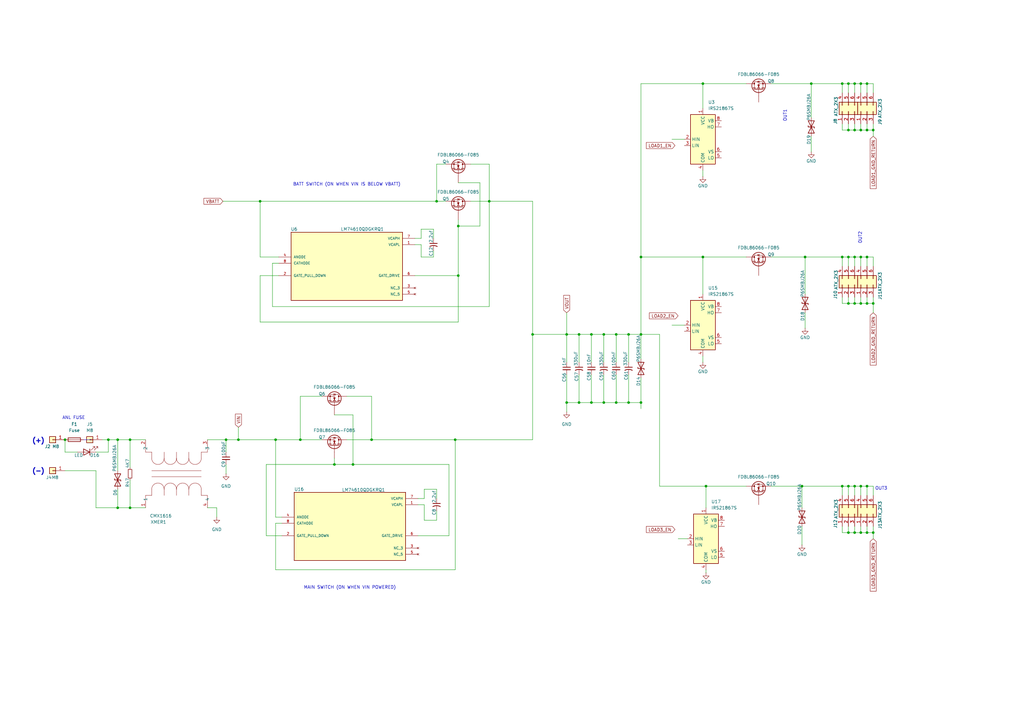
<source format=kicad_sch>
(kicad_sch (version 20250114) (generator "eeschema") (generator_version "9.0")
  (paper "A3")
  (lib_symbols
    (symbol "CM5441Z161B-10:CM5441Z101B-10" (pin_names (offset 0.254))
      (property "Reference" "XMER" (at 12.7 2.54 0))
      (property "Value" "CM5441Z101B-10" (at 12.7 0 0))
      (symbol "CM5441Z101B-10_0_1"
        (polyline (pts (xy 0 -2.54) (xy 0 -5.08)) (stroke (width 0.127)))
        (polyline (pts (xy 0 -22.86) (xy 0 -25.4)) (stroke (width 0.127)))
        (polyline (pts (xy 2.54 -5.08) (xy 0 -5.08)) (stroke (width 0.127)))
        (polyline (pts (xy 2.54 -7.62) (xy 2.54 -5.08)) (stroke (width 0.127)))
        (polyline (pts (xy 2.54 -12.7) (xy 22.86 -12.7)) (stroke (width 0.127)))
        (polyline (pts (xy 2.54 -15.24) (xy 22.86 -15.24)) (stroke (width 0.127)))
        (polyline (pts (xy 2.54 -20.32) (xy 2.54 -22.86)) (stroke (width 0.127)))
        (polyline (pts (xy 2.54 -22.86) (xy 0 -22.86)) (stroke (width 0.127)))
        (arc (start 7.62 -7.62) (mid 5.08 -10.1489) (end 2.54 -7.62) (stroke (width 0.127)))
        (arc (start 2.54 -20.32) (mid 5.08 -17.791) (end 7.62 -20.32) (stroke (width 0.127)))
        (polyline (pts (xy 7.62 -7.62) (xy 7.62 -5.08)) (stroke (width 0.127)))
        (polyline (pts (xy 7.62 -20.32) (xy 7.62 -22.86)) (stroke (width 0.127)))
        (arc (start 12.7 -7.62) (mid 10.16 -10.1489) (end 7.62 -7.62) (stroke (width 0.127)))
        (arc (start 7.62 -20.32) (mid 10.16 -17.791) (end 12.7 -20.32) (stroke (width 0.127)))
        (polyline (pts (xy 12.7 -7.62) (xy 12.7 -5.08)) (stroke (width 0.127)))
        (polyline (pts (xy 12.7 -20.32) (xy 12.7 -22.86)) (stroke (width 0.127)))
        (arc (start 17.78 -7.62) (mid 15.24 -10.1489) (end 12.7 -7.62) (stroke (width 0.127)))
        (arc (start 12.7 -20.32) (mid 15.24 -17.791) (end 17.78 -20.32) (stroke (width 0.127)))
        (polyline (pts (xy 17.78 -7.62) (xy 17.78 -5.08)) (stroke (width 0.127)))
        (polyline (pts (xy 17.78 -20.32) (xy 17.78 -22.86)) (stroke (width 0.127)))
        (arc (start 22.86 -7.62) (mid 20.32 -10.1489) (end 17.78 -7.62) (stroke (width 0.127)))
        (arc (start 17.78 -20.32) (mid 20.32 -17.791) (end 22.86 -20.32) (stroke (width 0.127)))
        (polyline (pts (xy 22.86 -5.08) (xy 25.4 -5.08)) (stroke (width 0.127)))
        (polyline (pts (xy 22.86 -7.62) (xy 22.86 -5.08)) (stroke (width 0.127)))
        (polyline (pts (xy 22.86 -20.32) (xy 22.86 -22.86)) (stroke (width 0.127)))
        (polyline (pts (xy 22.86 -22.86) (xy 25.4 -22.86)) (stroke (width 0.127)))
        (polyline (pts (xy 25.4 -2.54) (xy 25.4 -5.08)) (stroke (width 0.127)))
        (polyline (pts (xy 25.4 -25.4) (xy 25.4 -22.86)) (stroke (width 0.127)))
        (pin unspecified line (at 0 0 270) (length 2.54) (name "1") (number "1"))
        (pin unspecified line (at 0 -27.94 90) (length 2.54) (name "2") (number "2"))
        (pin unspecified line (at 25.4 0 270) (length 2.54) (name "4") (number "4"))
        (pin unspecified line (at 25.4 -27.94 90) (length 2.54) (name "3") (number "3"))
      )
    )
    (symbol "Connector_Generic:Conn_01x01" (pin_names (offset 1.016) (hide yes))
      (property "Reference" "J" (at 0 2.54 0))
      (property "Value" "Conn_01x01" (at 0 -2.54 0))
      (symbol "Conn_01x01_1_1"
        (rectangle (start -1.27 1.27) (end 1.27 -1.27) (stroke (width 0.254)) (fill (type background)))
        (rectangle (start -1.27 0.127) (end 0 -0.127) (stroke (width 0.1524)))
        (pin passive line (at -5.08 0 0) (length 3.81) (name "Pin_1") (number "1"))
      )
    )
    (symbol "Connector_Generic:Conn_02x03_Top_Bottom" (pin_names (offset 1.016) (hide yes))
      (property "Reference" "J" (at 1.27 5.08 0))
      (property "Value" "Conn_02x03_Top_Bottom" (at 1.27 -5.08 0))
      (symbol "Conn_02x03_Top_Bottom_1_1"
        (rectangle (start -1.27 3.81) (end 3.81 -3.81) (stroke (width 0.254)) (fill (type background)))
        (rectangle (start -1.27 2.667) (end 0 2.413) (stroke (width 0.1524)))
        (rectangle (start -1.27 0.127) (end 0 -0.127) (stroke (width 0.1524)))
        (rectangle (start -1.27 -2.413) (end 0 -2.667) (stroke (width 0.1524)))
        (rectangle (start 3.81 2.667) (end 2.54 2.413) (stroke (width 0.1524)))
        (rectangle (start 3.81 0.127) (end 2.54 -0.127) (stroke (width 0.1524)))
        (rectangle (start 3.81 -2.413) (end 2.54 -2.667) (stroke (width 0.1524)))
        (pin passive line (at -5.08 2.54 0) (length 3.81) (name "Pin_1") (number "1"))
        (pin passive line (at -5.08 0 0) (length 3.81) (name "Pin_2") (number "2"))
        (pin passive line (at -5.08 -2.54 0) (length 3.81) (name "Pin_3") (number "3"))
        (pin passive line (at 7.62 2.54 180) (length 3.81) (name "Pin_4") (number "4"))
        (pin passive line (at 7.62 0 180) (length 3.81) (name "Pin_5") (number "5"))
        (pin passive line (at 7.62 -2.54 180) (length 3.81) (name "Pin_6") (number "6"))
      )
    )
    (symbol "Device:C_Small" (pin_numbers (hide yes)) (pin_names (offset 0.254) (hide yes))
      (property "Reference" "C" (at 0.254 1.778 0))
      (property "Value" "C_Small" (at 0.254 -2.032 0))
      (symbol "C_Small_0_1"
        (polyline (pts (xy -1.524 0.508) (xy 1.524 0.508)) (stroke (width 0.3048)))
        (polyline (pts (xy -1.524 -0.508) (xy 1.524 -0.508)) (stroke (width 0.3302)))
      )
      (symbol "C_Small_1_1"
        (pin passive line (at 0 2.54 270) (length 2.032) (name "~") (number "1"))
        (pin passive line (at 0 -2.54 90) (length 2.032) (name "~") (number "2"))
      )
    )
    (symbol "Device:C_Small_US" (pin_numbers (hide yes)) (pin_names (offset 0.254) (hide yes))
      (property "Reference" "C" (at 0.254 1.778 0))
      (property "Value" "C_Small_US" (at 0.254 -2.032 0))
      (symbol "C_Small_US_0_1"
        (polyline (pts (xy -1.524 0.508) (xy 1.524 0.508)) (stroke (width 0.3048)))
        (arc (start -1.524 -0.762) (mid 0 -0.3734) (end 1.524 -0.762) (stroke (width 0.3048)))
      )
      (symbol "C_Small_US_1_1"
        (pin passive line (at 0 2.54 270) (length 2.032) (name "~") (number "1"))
        (pin passive line (at 0 -2.54 90) (length 2.032) (name "~") (number "2"))
      )
    )
    (symbol "Device:D_TVS" (pin_numbers (hide yes)) (pin_names (offset 1.016) (hide yes))
      (property "Reference" "D" (at 0 2.54 0))
      (property "Value" "D_TVS" (at 0 -2.54 0))
      (symbol "D_TVS_0_1"
        (polyline (pts (xy -2.54 1.27) (xy -2.54 -1.27) (xy 2.54 1.27) (xy 2.54 -1.27) (xy -2.54 1.27)) (stroke (width 0.254)))
        (polyline (pts (xy 0.508 1.27) (xy 0 1.27) (xy 0 -1.27) (xy -0.508 -1.27)) (stroke (width 0.254)))
        (polyline (pts (xy 1.27 0) (xy -1.27 0)))
      )
      (symbol "D_TVS_1_1"
        (pin passive line (at -3.81 0 0) (length 2.54) (name "A1") (number "1"))
        (pin passive line (at 3.81 0 180) (length 2.54) (name "A2") (number "2"))
      )
    )
    (symbol "Device:Fuse" (pin_numbers (hide yes)) (pin_names (offset 0))
      (property "Reference" "F" (at 2.032 0 90))
      (property "Value" "Fuse" (at -1.905 0 90))
      (symbol "Fuse_0_1"
        (rectangle (start -0.762 -2.54) (end 0.762 2.54) (stroke (width 0.254)))
        (polyline (pts (xy 0 2.54) (xy 0 -2.54)))
      )
      (symbol "Fuse_1_1"
        (pin passive line (at 0 3.81 270) (length 1.27) (name "~") (number "1"))
        (pin passive line (at 0 -3.81 90) (length 1.27) (name "~") (number "2"))
      )
    )
    (symbol "Device:LED" (pin_numbers (hide yes)) (pin_names (offset 1.016) (hide yes))
      (property "Reference" "D" (at 0 2.54 0))
      (property "Value" "LED" (at 0 -2.54 0))
      (symbol "LED_0_1"
        (polyline (pts (xy -3.048 -0.762) (xy -4.572 -2.286) (xy -3.81 -2.286) (xy -4.572 -2.286) (xy -4.572 -1.524)))
        (polyline (pts (xy -1.778 -0.762) (xy -3.302 -2.286) (xy -2.54 -2.286) (xy -3.302 -2.286) (xy -3.302 -1.524)))
        (polyline (pts (xy -1.27 0) (xy 1.27 0)))
        (polyline (pts (xy -1.27 -1.27) (xy -1.27 1.27)) (stroke (width 0.254)))
        (polyline (pts (xy 1.27 -1.27) (xy 1.27 1.27) (xy -1.27 0) (xy 1.27 -1.27)) (stroke (width 0.254)))
      )
      (symbol "LED_1_1"
        (pin passive line (at -3.81 0 0) (length 2.54) (name "K") (number "1"))
        (pin passive line (at 3.81 0 180) (length 2.54) (name "A") (number "2"))
      )
    )
    (symbol "Device:R_Small" (pin_numbers (hide yes)) (pin_names (offset 0.254) (hide yes))
      (property "Reference" "R" (at 0 0 90))
      (property "Value" "R_Small" (at 1.778 0 90))
      (symbol "R_Small_0_1"
        (rectangle (start -0.762 1.778) (end 0.762 -1.778) (stroke (width 0.2032)))
      )
      (symbol "R_Small_1_1"
        (pin passive line (at 0 2.54 270) (length 0.762) (name "~") (number "1"))
        (pin passive line (at 0 -2.54 90) (length 0.762) (name "~") (number "2"))
      )
    )
    (symbol "Driver_FET:IRS21867S"
      (property "Reference" "U" (at 1.27 13.335 0))
      (property "Value" "IRS21867S" (at 1.27 11.43 0))
      (symbol "IRS21867S_0_1"
        (rectangle (start -5.08 -10.16) (end 5.08 10.16) (stroke (width 0.254)) (fill (type background)))
      )
      (symbol "IRS21867S_1_1"
        (pin input line (at -7.62 0 0) (length 2.54) (name "HIN") (number "2"))
        (pin input line (at -7.62 -2.54 0) (length 2.54) (name "LIN") (number "3"))
        (pin power_in line (at 0 12.7 270) (length 2.54) (name "VCC") (number "1"))
        (pin power_in line (at 0 -12.7 90) (length 2.54) (name "COM") (number "4"))
        (pin passive line (at 7.62 7.62 180) (length 2.54) (name "VB") (number "8"))
        (pin output line (at 7.62 5.08 180) (length 2.54) (name "HO") (number "7"))
        (pin passive line (at 7.62 -5.08 180) (length 2.54) (name "VS") (number "6"))
        (pin output line (at 7.62 -7.62 180) (length 2.54) (name "LO") (number "5"))
      )
    )
    (symbol "LM74610QDGKRQ1:LM74610QDGKRQ1" (pin_names (offset 1.016))
      (property "Reference" "U" (at -22.86 13.97 0))
      (property "Value" "LM74610QDGKRQ1" (at -22.86 -16.51 0))
      (symbol "LM74610QDGKRQ1_0_0"
        (rectangle (start -22.86 -15.24) (end 22.86 12.7) (stroke (width 0.254)) (fill (type background)))
        (pin bidirectional line (at -27.94 2.54 0) (length 5.08) (name "ANODE") (number "4"))
        (pin bidirectional line (at -27.94 0 0) (length 5.08) (name "CATHODE") (number "8"))
        (pin bidirectional line (at -27.94 -5.08 0) (length 5.08) (name "GATE_PULL_DOWN") (number "2"))
        (pin output line (at 27.94 10.16 180) (length 5.08) (name "VCAPH") (number "7"))
        (pin output line (at 27.94 7.62 180) (length 5.08) (name "VCAPL") (number "1"))
        (pin output line (at 27.94 -5.08 180) (length 5.08) (name "GATE_DRIVE") (number "6"))
        (pin no_connect line (at 27.94 -10.16 180) (length 5.08) (name "NC_3") (number "3"))
        (pin no_connect line (at 27.94 -12.7 180) (length 5.08) (name "NC_5") (number "5"))
      )
    )
    (symbol "Q_NMOS_1" (pin_numbers (hide yes)) (pin_names (offset 0) (hide yes))
      (property "Reference" "Q8" (at 3.556 -5.08 90))
      (property "Value" "FDBL86066-F085" (at 6.35 0 90))
      (symbol "Q_NMOS_1_0_1"
        (polyline (pts (xy 0.254 1.905) (xy 0.254 -1.905)) (stroke (width 0.254)))
        (polyline (pts (xy 0.254 0) (xy -2.54 0)))
        (polyline (pts (xy 0.762 2.286) (xy 0.762 1.27)) (stroke (width 0.254)))
        (polyline (pts (xy 0.762 0.508) (xy 0.762 -0.508)) (stroke (width 0.254)))
        (polyline (pts (xy 0.762 -1.27) (xy 0.762 -2.286)) (stroke (width 0.254)))
        (polyline (pts (xy 0.762 -1.778) (xy 3.302 -1.778) (xy 3.302 1.778) (xy 0.762 1.778)))
        (polyline (pts (xy 1.016 0) (xy 2.032 0.381) (xy 2.032 -0.381) (xy 1.016 0)) (fill (type outline)))
        (circle (center 1.651 0) (radius 2.794) (stroke (width 0.254)))
        (polyline (pts (xy 2.54 2.54) (xy 2.54 1.778)))
        (circle (center 2.54 1.778) (radius 0.254) (fill (type outline)))
        (circle (center 2.54 -1.778) (radius 0.254) (fill (type outline)))
        (polyline (pts (xy 2.54 -2.54) (xy 2.54 0) (xy 0.762 0)))
        (polyline (pts (xy 2.921 0.381) (xy 3.683 0.381)))
        (polyline (pts (xy 3.302 0.381) (xy 2.921 -0.254) (xy 3.683 -0.254) (xy 3.302 0.381)))
      )
      (symbol "Q_NMOS_1_1_1"
        (pin input line (at -5.08 0 0) (length 2.54) (name "G") (number "1"))
        (pin passive line (at 2.54 5.08 270) (length 2.54) (name "D") (number "3"))
        (pin passive line (at 2.54 -5.08 90) (length 2.54) (name "S") (number "2"))
      )
    )
    (symbol "power:GND" (power) (pin_numbers (hide yes)) (pin_names (offset 0) (hide yes))
      (property "Value" "GND" (at 0 -3.81 0))
      (symbol "GND_0_1"
        (polyline (pts (xy 0 0) (xy 0 -1.27) (xy 1.27 -1.27) (xy 0 -2.54) (xy -1.27 -1.27) (xy 0 -1.27)))
      )
      (symbol "GND_1_1"
        (pin power_in line (at 0 0 270) (length 0) (name "~") (number "1"))
      )
    )
  )
  (text "BATT SWITCH (ON WHEN VIN IS BELOW VBATT)" (at 142.24 75.692 0) (effects (font (size 1.27 1.27))))
  (text "OUT2" (at 352.806 97.536 90) (effects (font (size 1.27 1.27))))
  (text "(-)" (at 15.748 193.294 0) (effects (font (size 1.905 1.905) (thickness 0.381) (bold yes))))
  (text "OUT1" (at 322.0085 47.4345 90) (effects (font (size 1.27 1.27))))
  (text "ANL FUSE" (at 30.226 171.45 0) (effects (font (size 1.27 1.27))))
  (text "(+)" (at 15.748 180.848 0) (effects (font (size 1.905 1.905) (thickness 0.381) (bold yes))))
  (text "OUT3" (at 361.442 200.406 0) (effects (font (size 1.27 1.27))))
  (text "MAIN SWITCH (ON WHEN VIN POWERED)" (at 143.51 241.046 0) (effects (font (size 1.27 1.27))))
  (junction (at 328.93 199.39))
  (junction (at 257.81 137.16))
  (junction (at 345.44 34.29))
  (junction (at 347.98 34.29))
  (junction (at 262.89 137.16))
  (junction (at 289.56 199.39))
  (junction (at 355.6 199.39))
  (junction (at 330.2 105.41))
  (junction (at 53.34 180.34))
  (junction (at 358.14 218.44))
  (junction (at 350.52 218.44))
  (junction (at 252.73 165.1))
  (junction (at 113.03 180.34))
  (junction (at 242.57 137.16))
  (junction (at 353.06 53.34))
  (junction (at 247.65 137.16))
  (junction (at 347.98 53.34))
  (junction (at 242.57 165.1))
  (junction (at 355.6 34.29))
  (junction (at 350.52 53.34))
  (junction (at 48.26 180.34))
  (junction (at 347.98 199.39))
  (junction (at 355.6 218.44))
  (junction (at 353.06 199.39))
  (junction (at 232.41 137.16))
  (junction (at 200.66 82.55))
  (junction (at 347.98 124.46))
  (junction (at 353.06 34.29))
  (junction (at 358.14 124.46))
  (junction (at 355.6 105.41))
  (junction (at 218.44 137.16))
  (junction (at 237.49 165.1))
  (junction (at 232.41 165.1))
  (junction (at 257.81 165.1))
  (junction (at 179.07 82.55))
  (junction (at 350.52 34.29))
  (junction (at 355.6 53.34))
  (junction (at 97.79 180.34))
  (junction (at 347.98 105.41))
  (junction (at 353.06 218.44))
  (junction (at 347.98 218.44))
  (junction (at 106.68 82.55))
  (junction (at 48.26 208.28))
  (junction (at 252.73 137.16))
  (junction (at 123.19 180.34))
  (junction (at 152.4 180.34))
  (junction (at 247.65 165.1))
  (junction (at 353.06 124.46))
  (junction (at 288.29 105.41))
  (junction (at 187.96 113.03))
  (junction (at 53.34 208.28))
  (junction (at 26.67 180.34))
  (junction (at 355.6 124.46))
  (junction (at 350.52 105.41))
  (junction (at 353.06 105.41))
  (junction (at 144.78 190.5))
  (junction (at 137.16 190.5))
  (junction (at 358.14 53.34))
  (junction (at 186.69 180.34))
  (junction (at 350.52 124.46))
  (junction (at 350.52 199.39))
  (junction (at 345.44 199.39))
  (junction (at 332.74 34.29))
  (junction (at 92.71 180.34))
  (junction (at 44.45 180.34))
  (junction (at 187.96 92.71))
  (junction (at 262.89 165.1))
  (junction (at 262.89 105.41))
  (junction (at 345.44 105.41))
  (junction (at 288.29 34.29))
  (junction (at 237.49 137.16))
  (wire (pts (xy 39.37 193.04) (xy 39.37 208.28)))
  (wire (pts (xy 257.81 165.1) (xy 262.89 165.1)))
  (wire (pts (xy 350.52 38.1) (xy 350.52 34.29)))
  (wire (pts (xy 48.26 180.34) (xy 48.26 193.04)))
  (wire (pts (xy 196.85 74.93) (xy 196.85 92.71)))
  (wire (pts (xy 316.23 105.41) (xy 330.2 105.41)))
  (wire (pts (xy 355.6 109.22) (xy 355.6 105.41)))
  (wire (pts (xy 237.49 137.16) (xy 237.49 148.59)))
  (wire (pts (xy 88.9 208.28) (xy 88.9 212.09)))
  (wire (pts (xy 144.78 170.18) (xy 144.78 190.5)))
  (wire (pts (xy 353.06 199.39) (xy 355.6 199.39)))
  (wire (pts (xy 275.59 133.35) (xy 280.67 133.35)))
  (wire (pts (xy 353.06 38.1) (xy 353.06 34.29)))
  (wire (pts (xy 232.41 153.67) (xy 232.41 165.1)))
  (wire (pts (xy 48.26 180.34) (xy 53.34 180.34)))
  (wire (pts (xy 242.57 137.16) (xy 242.57 148.59)))
  (wire (pts (xy 111.76 107.95) (xy 111.76 125.73)))
  (wire (pts (xy 345.44 38.1) (xy 345.44 34.29)))
  (wire (pts (xy 355.6 53.34) (xy 355.6 50.8)))
  (wire (pts (xy 53.34 180.34) (xy 53.34 191.77)))
  (wire (pts (xy 350.52 124.46) (xy 353.06 124.46)))
  (wire (pts (xy 350.52 218.44) (xy 350.52 215.9)))
  (wire (pts (xy 262.89 165.1) (xy 262.89 167.64)))
  (wire (pts (xy 289.56 199.39) (xy 270.51 199.39)))
  (wire (pts (xy 92.71 180.34) (xy 97.79 180.34)))
  (wire (pts (xy 350.52 53.34) (xy 350.52 50.8)))
  (wire (pts (xy 31.75 185.42) (xy 26.67 185.42)))
  (wire (pts (xy 171.45 207.01) (xy 173.99 207.01)))
  (wire (pts (xy 358.14 124.46) (xy 358.14 121.92)))
  (wire (pts (xy 328.93 199.39) (xy 345.44 199.39)))
  (wire (pts (xy 152.4 180.34) (xy 142.24 180.34)))
  (wire (pts (xy 242.57 165.1) (xy 247.65 165.1)))
  (wire (pts (xy 332.74 48.26) (xy 332.74 34.29)))
  (wire (pts (xy 184.15 219.71) (xy 184.15 190.5)))
  (wire (pts (xy 109.22 190.5) (xy 137.16 190.5)))
  (wire (pts (xy 347.98 105.41) (xy 350.52 105.41)))
  (wire (pts (xy 262.89 137.16) (xy 262.89 147.32)))
  (wire (pts (xy 152.4 162.56) (xy 152.4 180.34)))
  (wire (pts (xy 350.52 34.29) (xy 353.06 34.29)))
  (wire (pts (xy 179.07 213.36) (xy 173.99 213.36)))
  (wire (pts (xy 170.18 97.79) (xy 172.72 97.79)))
  (wire (pts (xy 252.73 165.1) (xy 257.81 165.1)))
  (wire (pts (xy 353.06 34.29) (xy 355.6 34.29)))
  (wire (pts (xy 332.74 34.29) (xy 345.44 34.29)))
  (wire (pts (xy 262.89 154.94) (xy 262.89 165.1)))
  (wire (pts (xy 350.52 218.44) (xy 353.06 218.44)))
  (wire (pts (xy 237.49 153.67) (xy 237.49 165.1)))
  (wire (pts (xy 358.14 38.1) (xy 358.14 34.29)))
  (wire (pts (xy 262.89 34.29) (xy 262.89 105.41)))
  (wire (pts (xy 345.44 218.44) (xy 347.98 218.44)))
  (wire (pts (xy 187.96 74.93) (xy 196.85 74.93)))
  (wire (pts (xy 123.19 180.34) (xy 132.08 180.34)))
  (wire (pts (xy 179.07 67.31) (xy 179.07 82.55)))
  (wire (pts (xy 350.52 124.46) (xy 350.52 121.92)))
  (wire (pts (xy 345.44 34.29) (xy 347.98 34.29)))
  (wire (pts (xy 92.71 194.31) (xy 92.71 190.5)))
  (wire (pts (xy 262.89 105.41) (xy 262.89 137.16)))
  (wire (pts (xy 123.19 162.56) (xy 123.19 180.34)))
  (wire (pts (xy 92.71 180.34) (xy 92.71 185.42)))
  (wire (pts (xy 278.13 220.98) (xy 281.94 220.98)))
  (wire (pts (xy 48.26 208.28) (xy 53.34 208.28)))
  (wire (pts (xy 137.16 190.5) (xy 144.78 190.5)))
  (wire (pts (xy 200.66 67.31) (xy 200.66 82.55)))
  (wire (pts (xy 137.16 190.5) (xy 137.16 187.96)))
  (wire (pts (xy 186.69 180.34) (xy 218.44 180.34)))
  (wire (pts (xy 353.06 109.22) (xy 353.06 105.41)))
  (wire (pts (xy 113.03 180.34) (xy 123.19 180.34)))
  (wire (pts (xy 179.07 67.31) (xy 182.88 67.31)))
  (wire (pts (xy 347.98 203.2) (xy 347.98 199.39)))
  (wire (pts (xy 171.45 219.71) (xy 184.15 219.71)))
  (wire (pts (xy 330.2 105.41) (xy 345.44 105.41)))
  (wire (pts (xy 270.51 199.39) (xy 270.51 137.16)))
  (wire (pts (xy 237.49 165.1) (xy 242.57 165.1)))
  (wire (pts (xy 132.08 162.56) (xy 123.19 162.56)))
  (wire (pts (xy 288.29 34.29) (xy 288.29 44.45)))
  (wire (pts (xy 347.98 218.44) (xy 350.52 218.44)))
  (wire (pts (xy 347.98 199.39) (xy 350.52 199.39)))
  (wire (pts (xy 347.98 124.46) (xy 350.52 124.46)))
  (wire (pts (xy 247.65 137.16) (xy 252.73 137.16)))
  (wire (pts (xy 179.07 209.55) (xy 179.07 213.36)))
  (wire (pts (xy 48.26 200.66) (xy 48.26 208.28)))
  (wire (pts (xy 355.6 124.46) (xy 358.14 124.46)))
  (wire (pts (xy 355.6 199.39) (xy 358.14 199.39)))
  (wire (pts (xy 347.98 53.34) (xy 350.52 53.34)))
  (wire (pts (xy 106.68 113.03) (xy 106.68 132.08)))
  (wire (pts (xy 355.6 124.46) (xy 355.6 121.92)))
  (wire (pts (xy 288.29 105.41) (xy 262.89 105.41)))
  (wire (pts (xy 353.06 218.44) (xy 353.06 215.9)))
  (wire (pts (xy 252.73 137.16) (xy 257.81 137.16)))
  (wire (pts (xy 345.44 53.34) (xy 347.98 53.34)))
  (wire (pts (xy 270.51 137.16) (xy 262.89 137.16)))
  (wire (pts (xy 26.67 185.42) (xy 26.67 180.34)))
  (wire (pts (xy 114.3 113.03) (xy 106.68 113.03)))
  (wire (pts (xy 358.14 218.44) (xy 358.14 220.98)))
  (wire (pts (xy 218.44 137.16) (xy 218.44 180.34)))
  (wire (pts (xy 358.14 109.22) (xy 358.14 105.41)))
  (wire (pts (xy 347.98 53.34) (xy 347.98 50.8)))
  (wire (pts (xy 345.44 203.2) (xy 345.44 199.39)))
  (wire (pts (xy 114.3 105.41) (xy 106.68 105.41)))
  (wire (pts (xy 218.44 82.55) (xy 218.44 137.16)))
  (wire (pts (xy 353.06 105.41) (xy 355.6 105.41)))
  (wire (pts (xy 345.44 50.8) (xy 345.44 53.34)))
  (wire (pts (xy 91.44 82.55) (xy 106.68 82.55)))
  (wire (pts (xy 106.68 105.41) (xy 106.68 82.55)))
  (wire (pts (xy 345.44 105.41) (xy 347.98 105.41)))
  (wire (pts (xy 358.14 218.44) (xy 358.14 215.9)))
  (wire (pts (xy 85.09 180.34) (xy 92.71 180.34)))
  (wire (pts (xy 345.44 109.22) (xy 345.44 105.41)))
  (wire (pts (xy 53.34 208.28) (xy 59.69 208.28)))
  (wire (pts (xy 288.29 69.85) (xy 288.29 72.39)))
  (wire (pts (xy 257.81 137.16) (xy 262.89 137.16)))
  (wire (pts (xy 113.03 233.68) (xy 186.69 233.68)))
  (wire (pts (xy 232.41 165.1) (xy 232.41 168.91)))
  (wire (pts (xy 358.14 53.34) (xy 358.14 55.88)))
  (wire (pts (xy 170.18 113.03) (xy 187.96 113.03)))
  (wire (pts (xy 232.41 128.27) (xy 232.41 137.16)))
  (wire (pts (xy 358.14 53.34) (xy 358.14 50.8)))
  (wire (pts (xy 200.66 67.31) (xy 193.04 67.31)))
  (wire (pts (xy 288.29 34.29) (xy 262.89 34.29)))
  (wire (pts (xy 170.18 100.33) (xy 172.72 100.33)))
  (wire (pts (xy 152.4 180.34) (xy 186.69 180.34)))
  (wire (pts (xy 247.65 137.16) (xy 247.65 148.59)))
  (wire (pts (xy 39.37 185.42) (xy 44.45 185.42)))
  (wire (pts (xy 85.09 208.28) (xy 88.9 208.28)))
  (wire (pts (xy 177.8 102.87) (xy 177.8 105.41)))
  (wire (pts (xy 109.22 219.71) (xy 109.22 190.5)))
  (wire (pts (xy 328.93 215.9) (xy 328.93 223.52)))
  (wire (pts (xy 113.03 214.63) (xy 113.03 233.68)))
  (wire (pts (xy 355.6 34.29) (xy 358.14 34.29)))
  (wire (pts (xy 193.04 82.55) (xy 200.66 82.55)))
  (wire (pts (xy 115.57 212.09) (xy 113.03 212.09)))
  (wire (pts (xy 187.96 132.08) (xy 187.96 113.03)))
  (wire (pts (xy 106.68 132.08) (xy 187.96 132.08)))
  (polyline (pts (xy 34.29 180.34) (xy 37.465 180.34)))
  (wire (pts (xy 306.07 105.41) (xy 288.29 105.41)))
  (wire (pts (xy 347.98 124.46) (xy 347.98 121.92)))
  (wire (pts (xy 111.76 125.73) (xy 200.66 125.73)))
  (wire (pts (xy 330.2 105.41) (xy 330.2 120.65)))
  (wire (pts (xy 353.06 218.44) (xy 355.6 218.44)))
  (wire (pts (xy 237.49 137.16) (xy 242.57 137.16)))
  (wire (pts (xy 115.57 214.63) (xy 113.03 214.63)))
  (wire (pts (xy 114.3 107.95) (xy 111.76 107.95)))
  (wire (pts (xy 173.99 207.01) (xy 173.99 213.36)))
  (wire (pts (xy 355.6 203.2) (xy 355.6 199.39)))
  (wire (pts (xy 288.29 105.41) (xy 288.29 120.65)))
  (wire (pts (xy 172.72 93.98) (xy 177.8 93.98)))
  (wire (pts (xy 350.52 199.39) (xy 353.06 199.39)))
  (wire (pts (xy 353.06 124.46) (xy 355.6 124.46)))
  (wire (pts (xy 53.34 180.34) (xy 59.69 180.34)))
  (wire (pts (xy 200.66 82.55) (xy 200.66 125.73)))
  (wire (pts (xy 289.56 233.68) (xy 289.56 234.95)))
  (wire (pts (xy 355.6 218.44) (xy 358.14 218.44)))
  (wire (pts (xy 358.14 203.2) (xy 358.14 199.39)))
  (wire (pts (xy 179.07 200.66) (xy 179.07 204.47)))
  (wire (pts (xy 26.67 193.04) (xy 39.37 193.04)))
  (wire (pts (xy 232.41 148.59) (xy 232.41 137.16)))
  (wire (pts (xy 113.03 180.34) (xy 113.03 212.09)))
  (wire (pts (xy 41.91 180.34) (xy 44.45 180.34)))
  (wire (pts (xy 144.78 190.5) (xy 184.15 190.5)))
  (wire (pts (xy 347.98 218.44) (xy 347.98 215.9)))
  (wire (pts (xy 353.06 203.2) (xy 353.06 199.39)))
  (wire (pts (xy 173.99 204.47) (xy 173.99 200.66)))
  (wire (pts (xy 288.29 146.05) (xy 288.29 148.59)))
  (wire (pts (xy 347.98 38.1) (xy 347.98 34.29)))
  (wire (pts (xy 115.57 219.71) (xy 109.22 219.71)))
  (wire (pts (xy 345.44 215.9) (xy 345.44 218.44)))
  (wire (pts (xy 275.59 57.15) (xy 280.67 57.15)))
  (wire (pts (xy 252.73 153.67) (xy 252.73 165.1)))
  (wire (pts (xy 350.52 53.34) (xy 353.06 53.34)))
  (wire (pts (xy 97.79 180.34) (xy 113.03 180.34)))
  (wire (pts (xy 328.93 199.39) (xy 328.93 208.28)))
  (wire (pts (xy 97.79 175.26) (xy 97.79 180.34)))
  (wire (pts (xy 137.16 170.18) (xy 144.78 170.18)))
  (wire (pts (xy 353.06 53.34) (xy 353.06 50.8)))
  (wire (pts (xy 173.99 200.66) (xy 179.07 200.66)))
  (wire (pts (xy 257.81 153.67) (xy 257.81 165.1)))
  (wire (pts (xy 247.65 165.1) (xy 252.73 165.1)))
  (wire (pts (xy 355.6 218.44) (xy 355.6 215.9)))
  (wire (pts (xy 177.8 105.41) (xy 172.72 105.41)))
  (wire (pts (xy 332.74 55.88) (xy 332.74 62.23)))
  (wire (pts (xy 345.44 121.92) (xy 345.44 124.46)))
  (wire (pts (xy 179.07 82.55) (xy 182.88 82.55)))
  (wire (pts (xy 316.23 34.29) (xy 332.74 34.29)))
  (wire (pts (xy 347.98 34.29) (xy 350.52 34.29)))
  (wire (pts (xy 353.06 53.34) (xy 355.6 53.34)))
  (wire (pts (xy 330.2 128.27) (xy 330.2 134.62)))
  (wire (pts (xy 142.24 162.56) (xy 152.4 162.56)))
  (wire (pts (xy 172.72 100.33) (xy 172.72 105.41)))
  (wire (pts (xy 177.8 93.98) (xy 177.8 97.79)))
  (wire (pts (xy 186.69 180.34) (xy 186.69 233.68)))
  (wire (pts (xy 200.66 82.55) (xy 218.44 82.55)))
  (wire (pts (xy 242.57 153.67) (xy 242.57 165.1)))
  (wire (pts (xy 350.52 109.22) (xy 350.52 105.41)))
  (wire (pts (xy 187.96 92.71) (xy 187.96 113.03)))
  (wire (pts (xy 252.73 148.59) (xy 252.73 137.16)))
  (wire (pts (xy 316.23 199.39) (xy 328.93 199.39)))
  (wire (pts (xy 353.06 124.46) (xy 353.06 121.92)))
  (wire (pts (xy 355.6 53.34) (xy 358.14 53.34)))
  (wire (pts (xy 218.44 137.16) (xy 232.41 137.16)))
  (wire (pts (xy 242.57 137.16) (xy 247.65 137.16)))
  (wire (pts (xy 358.14 124.46) (xy 358.14 128.27)))
  (wire (pts (xy 247.65 153.67) (xy 247.65 165.1)))
  (wire (pts (xy 53.34 196.85) (xy 53.34 208.28)))
  (wire (pts (xy 171.45 204.47) (xy 173.99 204.47)))
  (wire (pts (xy 106.68 82.55) (xy 179.07 82.55)))
  (wire (pts (xy 187.96 90.17) (xy 187.96 92.71)))
  (wire (pts (xy 232.41 165.1) (xy 237.49 165.1)))
  (wire (pts (xy 39.37 208.28) (xy 48.26 208.28)))
  (wire (pts (xy 355.6 105.41) (xy 358.14 105.41)))
  (wire (pts (xy 232.41 137.16) (xy 237.49 137.16)))
  (wire (pts (xy 44.45 180.34) (xy 48.26 180.34)))
  (wire (pts (xy 350.52 105.41) (xy 353.06 105.41)))
  (wire (pts (xy 44.45 185.42) (xy 44.45 180.34)))
  (wire (pts (xy 196.85 92.71) (xy 187.96 92.71)))
  (wire (pts (xy 306.07 34.29) (xy 288.29 34.29)))
  (wire (pts (xy 345.44 124.46) (xy 347.98 124.46)))
  (wire (pts (xy 355.6 38.1) (xy 355.6 34.29)))
  (wire (pts (xy 347.98 109.22) (xy 347.98 105.41)))
  (wire (pts (xy 172.72 97.79) (xy 172.72 93.98)))
  (wire (pts (xy 289.56 199.39) (xy 289.56 208.28)))
  (wire (pts (xy 350.52 203.2) (xy 350.52 199.39)))
  (wire (pts (xy 345.44 199.39) (xy 347.98 199.39)))
  (wire (pts (xy 257.81 137.16) (xy 257.81 148.59)))
  (wire (pts (xy 289.56 199.39) (xy 306.07 199.39)))
  (global_label "VIN" (shape input) (at 97.79 175.26 90) (property "Intersheetrefs" "${INTERSHEET_REFS}" (effects (hide yes))))
  (global_label "LOAD3_GND_RETURN" (shape input) (at 358.14 220.98 270) (effects (font (thickness 0.1588))) (property "Intersheetrefs" "${INTERSHEET_REFS}" (effects (hide yes))))
  (global_label "LOAD1_EN" (shape input) (at 276.86 59.69 180) (property "Intersheetrefs" "${INTERSHEET_REFS}" (effects (hide yes))))
  (global_label "VOUT" (shape input) (at 232.41 128.27 90) (property "Intersheetrefs" "${INTERSHEET_REFS}" (effects (hide yes))))
  (global_label "LOAD1_GND_RETURN" (shape input) (at 358.14 55.88 270) (effects (font (thickness 0.1588))) (property "Intersheetrefs" "${INTERSHEET_REFS}" (effects (hide yes))))
  (global_label "LOAD2_GND_RETURN" (shape input) (at 358.14 128.27 270) (effects (font (thickness 0.1588))) (property "Intersheetrefs" "${INTERSHEET_REFS}" (effects (hide yes))))
  (global_label "LOAD2_EN" (shape input) (at 278.13 129.54 180) (property "Intersheetrefs" "${INTERSHEET_REFS}" (effects (hide yes))))
  (global_label "LOAD3_EN" (shape input) (at 276.86 217.17 180) (property "Intersheetrefs" "${INTERSHEET_REFS}" (effects (hide yes))))
  (global_label "VBATT" (shape input) (at 91.44 82.55 180) (property "Intersheetrefs" "${INTERSHEET_REFS}" (effects (hide yes))))
  (symbol (lib_id "power:GND") (at 232.41 168.91 0) (mirror y) (unit 1)
    (property "Reference" "#PWR076" (effects (hide yes)))
    (property "Value" "GND" (at 232.41 173.99 0))
    (property "Description" "Power symbol creates a global label with name \"GND\" , ground" (effects (hide yes)))
  )
  (symbol (lib_id "Device:C_Small_US") (at 247.65 151.13 0) (unit 1)
    (property "Reference" "C59" (at 246.634 156.21 90) (effects (justify left)))
    (property "Value" "330uF" (at 246.634 150.114 90) (effects (justify left)))
    (property "Footprint" "Capacitor_SMD:C_Elec_8x10.2" (effects (hide yes)))
    (property "Description" "capacitor, small US symbol" (effects (hide yes)))
  )
  (symbol (lib_name "Q_NMOS_1") (lib_id "Device:Q_NMOS") (at 311.15 201.93 90) (unit 1)
    (property "Reference" "Q10" (at 316.23 198.374 90))
    (property "Value" "FDBL86066-F085" (at 311.15 195.58 90))
    (property "Footprint" "Package_TO_SOT_SMD:Infineon_PG-HSOF-8-1_ThermalVias" (effects (hide yes)))
    (property "Description" "N-MOSFET transistor" (effects (hide yes)))
  )
  (symbol (lib_id "power:GND") (at 289.56 234.95 0) (unit 1)
    (property "Reference" "#PWR0107" (effects (hide yes)))
    (property "Value" "GND" (at 289.56 238.76 0))
    (property "Description" "Power symbol creates a global label with name \"GND\" , ground" (effects (hide yes)))
  )
  (symbol (lib_id "Driver_FET:IRS21867S") (at 288.29 57.15 0) (unit 1)
    (property "Reference" "U3" (at 290.4333 41.91 0) (effects (justify left)))
    (property "Value" "IRS21867S" (at 290.4333 44.45 0) (effects (justify left)))
    (property "Footprint" "Package_SO:SOIC-8_3.9x4.9mm_P1.27mm" (effects (hide yes)))
    (property "Datasheet" "http://www.infineon.com/dgdl/irs21867spbf.pdf?fileId=5546d462533600a4015356770e8327eb" (effects (hide yes)))
    (property "Description" "High and Low Side Driver, 600V, 4.0/4.0A, SOIC-8" (effects (hide yes)))
  )
  (symbol (lib_id "Connector_Generic:Conn_02x03_Top_Bottom") (at 347.98 45.72 90) (unit 1)
    (property "Reference" "J8" (at 342.646 49.784 0))
    (property "Value" "ATX_2X3" (at 342.9 43.688 0))
    (property "Footprint" "Connector_Molex:Molex_Mini-Fit_Jr_5566-06A_2x03_P4.20mm_Vertical" (effects (hide yes)))
    (property "Description" "L-KLS1-4.20-2X03-S" (effects (hide yes)))
  )
  (symbol (lib_name "Q_NMOS_1") (lib_id "Device:Q_NMOS") (at 311.15 107.95 90) (unit 1)
    (property "Reference" "Q9" (at 316.23 104.394 90))
    (property "Value" "FDBL86066-F085" (at 311.15 101.6 90))
    (property "Footprint" "Package_TO_SOT_SMD:Infineon_PG-HSOF-8-1_ThermalVias" (effects (hide yes)))
    (property "Description" "N-MOSFET transistor" (effects (hide yes)))
  )
  (symbol (lib_id "Device:C_Small_US") (at 177.8 100.33 0) (mirror y) (unit 1)
    (property "Reference" "C12" (at 176.784 105.156 90) (effects (justify left)))
    (property "Value" "2.2uf" (at 176.784 99.568 90) (effects (justify left)))
    (property "Footprint" "Capacitor_SMD:C_0805_2012Metric" (effects (hide yes)))
    (property "Description" "capacitor, small US symbol" (effects (hide yes)))
  )
  (symbol (lib_id "power:GND") (at 288.29 72.39 0) (unit 1)
    (property "Reference" "#PWR0108" (effects (hide yes)))
    (property "Value" "GND" (at 288.29 76.2 0))
    (property "Description" "Power symbol creates a global label with name \"GND\" , ground" (effects (hide yes)))
  )
  (symbol (lib_id "power:GND") (at 88.9 212.09 0) (unit 1)
    (property "Reference" "#PWR073" (effects (hide yes)))
    (property "Value" "GND" (at 88.9 217.17 0))
    (property "Description" "Power symbol creates a global label with name \"GND\" , ground" (effects (hide yes)))
  )
  (symbol (lib_id "power:GND") (at 92.71 194.31 0) (unit 1)
    (property "Reference" "#PWR021" (effects (hide yes)))
    (property "Value" "GND" (at 92.71 199.39 0))
    (property "Description" "Power symbol creates a global label with name \"GND\" , ground" (effects (hide yes)))
  )
  (symbol (lib_id "Device:D_TVS") (at 332.74 52.07 90) (unit 1)
    (property "Reference" "D19" (at 331.724 55.372 0) (effects (justify right)))
    (property "Value" "P6SMBJ26A" (at 331.724 38.354 0) (effects (justify right)))
    (property "Footprint" "Diode_SMD:D_SMB_Handsoldering" (effects (hide yes)))
    (property "Description" "Bidirectional transient-voltage-suppression diode" (effects (hide yes)))
  )
  (symbol (lib_id "Device:C_Small_US") (at 179.07 207.01 0) (mirror y) (unit 1)
    (property "Reference" "C8" (at 178.054 211.328 90) (effects (justify left)))
    (property "Value" "2.2uf" (at 178.054 206.248 90) (effects (justify left)))
    (property "Footprint" "Capacitor_SMD:C_0805_2012Metric" (effects (hide yes)))
    (property "Description" "capacitor, small US symbol" (effects (hide yes)))
  )
  (symbol (lib_id "Connector_Generic:Conn_02x03_Top_Bottom") (at 347.98 210.82 90) (unit 1)
    (property "Reference" "J12" (at 342.646 214.884 0))
    (property "Value" "ATX_2X3" (at 342.9 208.788 0))
    (property "Footprint" "Connector_Molex:Molex_Mini-Fit_Jr_5566-06A_2x03_P4.20mm_Vertical" (effects (hide yes)))
    (property "Description" "L-KLS1-4.20-2X03-S" (effects (hide yes)))
  )
  (symbol (lib_name "Q_NMOS_1") (lib_id "Device:Q_NMOS") (at 311.15 36.83 90) (unit 1)
    (property "Reference" "Q8" (at 316.23 33.274 90))
    (property "Value" "FDBL86066-F085" (at 311.15 30.48 90))
    (property "Footprint" "Package_TO_SOT_SMD:Infineon_PG-HSOF-8-1_ThermalVias" (effects (hide yes)))
    (property "Description" "N-MOSFET transistor" (effects (hide yes)))
  )
  (symbol (lib_id "Device:LED") (at 35.56 185.42 180) (unit 1)
    (property "Reference" "D16" (at 38.862 186.69 0))
    (property "Value" "LED" (at 32.258 186.69 0))
    (property "Footprint" "LED_SMD:LED_0805_2012Metric_Pad1.15x1.40mm_HandSolder" (effects (hide yes)))
    (property "Datasheet" "HL-PSC-2012S9AC" (effects (hide yes)))
    (property "Description" "Light emitting diode" (effects (hide yes)))
    (property "Sim.Pins" "1=K 2=A" (effects (hide yes)))
  )
  (symbol (lib_id "Driver_FET:IRS21867S") (at 288.29 133.35 0) (unit 1)
    (property "Reference" "U15" (at 290.4333 118.11 0) (effects (justify left)))
    (property "Value" "IRS21867S" (at 290.4333 120.65 0) (effects (justify left)))
    (property "Footprint" "Package_SO:SOIC-8_3.9x4.9mm_P1.27mm" (effects (hide yes)))
    (property "Datasheet" "http://www.infineon.com/dgdl/irs21867spbf.pdf?fileId=5546d462533600a4015356770e8327eb" (effects (hide yes)))
    (property "Description" "High and Low Side Driver, 600V, 4.0/4.0A, SOIC-8" (effects (hide yes)))
  )
  (symbol (lib_id "Device:C_Small_US") (at 257.81 151.13 0) (unit 1)
    (property "Reference" "C61" (at 256.794 155.956 90) (effects (justify left)))
    (property "Value" "330uF" (at 256.54 150.114 90) (effects (justify left)))
    (property "Footprint" "Capacitor_SMD:C_Elec_8x10.2" (effects (hide yes)))
    (property "Description" "capacitor, small US symbol" (effects (hide yes)))
  )
  (symbol (lib_id "Device:C_Small") (at 232.41 151.13 0) (unit 1)
    (property "Reference" "C56" (at 231.394 156.718 90) (effects (justify left)))
    (property "Value" "1nF" (at 231.394 150.114 90) (effects (justify left)))
    (property "Footprint" "Capacitor_SMD:C_1206_3216Metric" (effects (hide yes)))
    (property "Description" "Unpolarized capacitor, small symbol" (effects (hide yes)))
  )
  (symbol (lib_id "Device:D_TVS") (at 330.2 124.46 90) (unit 1)
    (property "Reference" "D18" (at 329.184 127.762 0) (effects (justify right)))
    (property "Value" "P6SMBJ26A" (at 329.184 110.744 0) (effects (justify right)))
    (property "Footprint" "Diode_SMD:D_SMB_Handsoldering" (effects (hide yes)))
    (property "Description" "Bidirectional transient-voltage-suppression diode" (effects (hide yes)))
  )
  (symbol (lib_id "Device:D_TVS") (at 328.93 212.09 90) (unit 1)
    (property "Reference" "D20" (at 327.914 215.392 0) (effects (justify right)))
    (property "Value" "P6SMBJ26A" (at 327.914 198.374 0) (effects (justify right)))
    (property "Footprint" "Diode_SMD:D_SMB_Handsoldering" (effects (hide yes)))
    (property "Description" "Bidirectional transient-voltage-suppression diode" (effects (hide yes)))
  )
  (symbol (lib_id "Device:D_TVS") (at 262.89 151.13 90) (unit 1)
    (property "Reference" "D14" (at 261.874 154.432 0) (effects (justify right)))
    (property "Value" "P6SMBJ26A" (at 261.874 137.414 0) (effects (justify right)))
    (property "Footprint" "Diode_SMD:D_SMB_Handsoldering" (effects (hide yes)))
    (property "Description" "Bidirectional transient-voltage-suppression diode" (effects (hide yes)))
  )
  (symbol (lib_id "Device:R_Small") (at 53.34 194.31 0) (unit 1)
    (property "Reference" "R47" (at 52.324 199.898 90) (effects (justify left)))
    (property "Value" "4K7" (at 52.324 192.024 90) (effects (justify left)))
    (property "Footprint" "Resistor_SMD:R_0603_1608Metric" (effects (hide yes)))
    (property "Description" "Resistor, small symbol" (effects (hide yes)))
  )
  (symbol (lib_name "Q_NMOS_1") (lib_id "Device:Q_NMOS") (at 137.16 165.1 270) (mirror x) (unit 1)
    (property "Reference" "Q6" (at 132.08 161.544 90))
    (property "Value" "FDBL86066-F085" (at 137.16 158.75 90))
    (property "Footprint" "Package_TO_SOT_SMD:Infineon_PG-HSOF-8-1_ThermalVias" (effects (hide yes)))
    (property "Description" "N-MOSFET transistor" (effects (hide yes)))
  )
  (symbol (lib_id "Connector_Generic:Conn_02x03_Top_Bottom") (at 355.6 116.84 90) (unit 1)
    (property "Reference" "J11" (at 360.934 121.158 0))
    (property "Value" "ATX_2X3" (at 360.934 115.57 0))
    (property "Footprint" "Connector_Molex:Molex_Mini-Fit_Jr_5566-06A_2x03_P4.20mm_Vertical" (effects (hide yes)))
    (property "Description" "L-KLS1-4.20-2X03-S" (effects (hide yes)))
  )
  (symbol (lib_id "Connector_Generic:Conn_02x03_Top_Bottom") (at 347.98 116.84 90) (unit 1)
    (property "Reference" "J10" (at 342.646 120.904 0))
    (property "Value" "ATX_2X3" (at 342.9 114.808 0))
    (property "Footprint" "Connector_Molex:Molex_Mini-Fit_Jr_5566-06A_2x03_P4.20mm_Vertical" (effects (hide yes)))
    (property "Description" "L-KLS1-4.20-2X03-S" (effects (hide yes)))
  )
  (symbol (lib_id "Connector_Generic:Conn_01x01") (at 21.59 193.04 180) (unit 1)
    (property "Reference" "J4" (at 20.066 195.834 0))
    (property "Value" "M8" (at 22.606 195.834 0))
    (property "Footprint" "M8_Screw_Terminal:M8_Screw_Terminal" (effects (hide yes)))
    (property "Description" "Generic connector, single row, 01x01, script generated (kicad-library-utils/schlib/autogen/connector/)" (effects (hide yes)))
  )
  (symbol (lib_id "power:GND") (at 328.93 223.52 0) (unit 1)
    (property "Reference" "#PWR0124" (effects (hide yes)))
    (property "Value" "GND" (at 328.93 227.33 0))
    (property "Description" "Power symbol creates a global label with name \"GND\" , ground" (effects (hide yes)))
  )
  (symbol (lib_id "Connector_Generic:Conn_01x01") (at 36.83 180.34 180) (unit 1)
    (property "Reference" "J5" (at 36.83 173.99 0))
    (property "Value" "M8" (at 36.83 176.53 0))
    (property "Footprint" "M8_Screw_Terminal:M8_Screw_Terminal" (effects (hide yes)))
    (property "Description" "Generic connector, single row, 01x01, script generated (kicad-library-utils/schlib/autogen/connector/)" (effects (hide yes)))
  )
  (symbol (lib_name "Q_NMOS_1") (lib_id "Device:Q_NMOS") (at 137.16 182.88 270) (mirror x) (unit 1)
    (property "Reference" "Q7" (at 132.08 179.324 90))
    (property "Value" "FDBL86066-F085" (at 137.16 176.53 90))
    (property "Footprint" "Package_TO_SOT_SMD:Infineon_PG-HSOF-8-1_ThermalVias" (effects (hide yes)))
    (property "Description" "N-MOSFET transistor" (effects (hide yes)))
  )
  (symbol (lib_id "Device:C_Small_US") (at 237.49 151.13 0) (unit 1)
    (property "Reference" "C57" (at 236.474 156.464 90) (effects (justify left)))
    (property "Value" "330uF" (at 236.22 150.114 90) (effects (justify left)))
    (property "Footprint" "Capacitor_SMD:C_Elec_8x10.2" (effects (hide yes)))
    (property "Description" "capacitor, small US symbol" (effects (hide yes)))
  )
  (symbol (lib_id "Device:Fuse") (at 30.48 180.34 90) (unit 1) (on_board no)
    (property "Reference" "F1" (at 30.48 173.99 90))
    (property "Value" "Fuse" (at 30.48 176.53 90))
    (property "Description" "Fuse" (effects (hide yes)))
  )
  (symbol (lib_id "Device:C_Small") (at 92.71 187.96 0) (unit 1)
    (property "Reference" "C9" (at 91.694 191.77 90) (effects (justify left)))
    (property "Value" "100pF" (at 91.694 186.944 90) (effects (justify left)))
    (property "Footprint" "Capacitor_SMD:C_0603_1608Metric" (effects (hide yes)))
    (property "Description" "Unpolarized capacitor, small symbol" (effects (hide yes)))
  )
  (symbol (lib_id "Device:C_Small") (at 242.57 151.13 0) (unit 1)
    (property "Reference" "C58" (at 241.554 156.21 90) (effects (justify left)))
    (property "Value" "10nF" (at 241.554 149.86 90) (effects (justify left)))
    (property "Footprint" "Capacitor_SMD:C_1206_3216Metric" (effects (hide yes)))
    (property "Description" "Unpolarized capacitor, small symbol" (effects (hide yes)))
  )
  (symbol (lib_id "LM74610QDGKRQ1:LM74610QDGKRQ1") (at 143.51 214.63 0) (unit 1)
    (property "Reference" "U16" (at 122.682 200.66 0))
    (property "Value" "LM74610QDGKRQ1" (at 149.098 200.914 0))
    (property "Footprint" "Package_SO:VSSOP-8_3x3mm_P0.65mm" (effects (hide yes)))
    (property "MF" "Texas Instruments" (effects (hide yes)))
    (property "MAXIMUM_PACKAGE_HEIGHT" "1.10 mm" (effects (hide yes)))
    (property "Package" "VSSOP-8 Texas Instruments" (effects (hide yes)))
    (property "Price" "None" (effects (hide yes)))
    (property "Check_prices" "https://www.snapeda.com/parts/LM74610QDGKRQ1/Texas+Instruments/view-part/?ref=eda" (effects (hide yes)))
    (property "STANDARD" "IPC-7351B" (effects (hide yes)))
    (property "PARTREV" "B" (effects (hide yes)))
    (property "SnapEDA_Link" "https://www.snapeda.com/parts/LM74610QDGKRQ1/Texas+Instruments/view-part/?ref=snap" (effects (hide yes)))
    (property "MP" "LM74610QDGKRQ1" (effects (hide yes)))
    (property "Description_1" "0.48-V to 42-V, zero IQ automotive ideal diode controller" (effects (hide yes)))
    (property "Availability" "In Stock" (effects (hide yes)))
    (property "MANUFACTURER" "Texas Instruments" (effects (hide yes)))
  )
  (symbol (lib_name "Q_NMOS_1") (lib_id "Device:Q_NMOS") (at 187.96 85.09 270) (mirror x) (unit 1)
    (property "Reference" "Q5" (at 182.88 81.534 90))
    (property "Value" "FDBL86066-F085" (at 187.96 78.74 90))
    (property "Footprint" "Package_TO_SOT_SMD:Infineon_PG-HSOF-8-1_ThermalVias" (effects (hide yes)))
    (property "Description" "N-MOSFET transistor" (effects (hide yes)))
  )
  (symbol (lib_id "Connector_Generic:Conn_02x03_Top_Bottom") (at 355.6 45.72 90) (unit 1)
    (property "Reference" "J9" (at 360.934 50.038 0))
    (property "Value" "ATX_2X3" (at 360.934 44.45 0))
    (property "Footprint" "Connector_Molex:Molex_Mini-Fit_Jr_5566-06A_2x03_P4.20mm_Vertical" (effects (hide yes)))
    (property "Description" "L-KLS1-4.20-2X03-S" (effects (hide yes)))
  )
  (symbol (lib_id "power:GND") (at 330.2 134.62 0) (unit 1)
    (property "Reference" "#PWR0123" (effects (hide yes)))
    (property "Value" "GND" (at 330.2 138.43 0))
    (property "Description" "Power symbol creates a global label with name \"GND\" , ground" (effects (hide yes)))
  )
  (symbol (lib_id "Device:D_TVS") (at 48.26 196.85 90) (unit 1)
    (property "Reference" "D6" (at 47.244 200.66 0) (effects (justify right)))
    (property "Value" "P6SMBJ26A" (at 46.99 182.372 0) (effects (justify right)))
    (property "Footprint" "Diode_SMD:D_SMB_Handsoldering" (effects (hide yes)))
    (property "Description" "Bidirectional transient-voltage-suppression diode" (effects (hide yes)))
  )
  (symbol (lib_id "Connector_Generic:Conn_01x01") (at 21.59 180.34 180) (unit 1)
    (property "Reference" "J2" (at 19.558 183.134 0))
    (property "Value" "M8" (at 22.86 183.134 0))
    (property "Footprint" "M8_Screw_Terminal:M8_Screw_Terminal" (effects (hide yes)))
    (property "Description" "Generic connector, single row, 01x01, script generated (kicad-library-utils/schlib/autogen/connector/)" (effects (hide yes)))
  )
  (symbol (lib_id "LM74610QDGKRQ1:LM74610QDGKRQ1") (at 142.24 107.95 0) (unit 1)
    (property "Reference" "U6" (at 120.65 93.98 0))
    (property "Value" "LM74610QDGKRQ1" (at 148.59 93.98 0))
    (property "Footprint" "Package_SO:VSSOP-8_3x3mm_P0.65mm" (effects (hide yes)))
    (property "MF" "Texas Instruments" (effects (hide yes)))
    (property "MAXIMUM_PACKAGE_HEIGHT" "1.10 mm" (effects (hide yes)))
    (property "Package" "VSSOP-8 Texas Instruments" (effects (hide yes)))
    (property "Price" "None" (effects (hide yes)))
    (property "Check_prices" "https://www.snapeda.com/parts/LM74610QDGKRQ1/Texas+Instruments/view-part/?ref=eda" (effects (hide yes)))
    (property "STANDARD" "IPC-7351B" (effects (hide yes)))
    (property "PARTREV" "B" (effects (hide yes)))
    (property "SnapEDA_Link" "https://www.snapeda.com/parts/LM74610QDGKRQ1/Texas+Instruments/view-part/?ref=snap" (effects (hide yes)))
    (property "MP" "LM74610QDGKRQ1" (effects (hide yes)))
    (property "Description_1" "0.48-V to 42-V, zero IQ automotive ideal diode controller" (effects (hide yes)))
    (property "Availability" "In Stock" (effects (hide yes)))
    (property "MANUFACTURER" "Texas Instruments" (effects (hide yes)))
  )
  (symbol (lib_id "CM5441Z161B-10:CM5441Z101B-10") (at 59.69 208.28 0) (mirror x) (unit 1)
    (property "Reference" "XMER1" (at 61.722 214.122 0) (effects (justify left)))
    (property "Value" "CMX1616" (at 61.468 211.582 0) (effects (justify left)))
    (property "Footprint" "CMX1616Z_Choke:FIL_CMX1616Z171B-10" (effects (hide yes)))
  )
  (symbol (lib_id "power:GND") (at 332.74 62.23 0) (unit 1)
    (property "Reference" "#PWR0109" (effects (hide yes)))
    (property "Value" "GND" (at 332.74 66.04 0))
    (property "Description" "Power symbol creates a global label with name \"GND\" , ground" (effects (hide yes)))
  )
  (symbol (lib_name "Q_NMOS_1") (lib_id "Device:Q_NMOS") (at 187.96 69.85 270) (mirror x) (unit 1)
    (property "Reference" "Q4" (at 182.88 66.294 90))
    (property "Value" "FDBL86066-F085" (at 187.96 63.5 90))
    (property "Footprint" "Package_TO_SOT_SMD:Infineon_PG-HSOF-8-1_ThermalVias" (effects (hide yes)))
    (property "Description" "N-MOSFET transistor" (effects (hide yes)))
  )
  (symbol (lib_id "Device:C_Small") (at 252.73 151.13 0) (unit 1)
    (property "Reference" "C60" (at 251.714 155.956 90) (effects (justify left)))
    (property "Value" "100nF" (at 251.714 150.114 90) (effects (justify left)))
    (property "Footprint" "Capacitor_SMD:C_1206_3216Metric" (effects (hide yes)))
    (property "Description" "Unpolarized capacitor, small symbol" (effects (hide yes)))
  )
  (symbol (lib_id "power:GND") (at 288.29 148.59 0) (unit 1)
    (property "Reference" "#PWR024" (effects (hide yes)))
    (property "Value" "GND" (at 288.29 152.4 0))
    (property "Description" "Power symbol creates a global label with name \"GND\" , ground" (effects (hide yes)))
  )
  (symbol (lib_id "Driver_FET:IRS21867S") (at 289.56 220.98 0) (unit 1)
    (property "Reference" "U17" (at 291.7033 205.74 0) (effects (justify left)))
    (property "Value" "IRS21867S" (at 291.7033 208.28 0) (effects (justify left)))
    (property "Footprint" "Package_SO:SOIC-8_3.9x4.9mm_P1.27mm" (effects (hide yes)))
    (property "Datasheet" "http://www.infineon.com/dgdl/irs21867spbf.pdf?fileId=5546d462533600a4015356770e8327eb" (effects (hide yes)))
    (property "Description" "High and Low Side Driver, 600V, 4.0/4.0A, SOIC-8" (effects (hide yes)))
  )
  (symbol (lib_id "Connector_Generic:Conn_02x03_Top_Bottom") (at 355.6 210.82 90) (unit 1)
    (property "Reference" "J13" (at 360.934 215.138 0))
    (property "Value" "ATX_2X3" (at 360.934 209.55 0))
    (property "Footprint" "Connector_Molex:Molex_Mini-Fit_Jr_5566-06A_2x03_P4.20mm_Vertical" (effects (hide yes)))
    (property "Description" "L-KLS1-4.20-2X03-S" (effects (hide yes)))
  )
)
</source>
